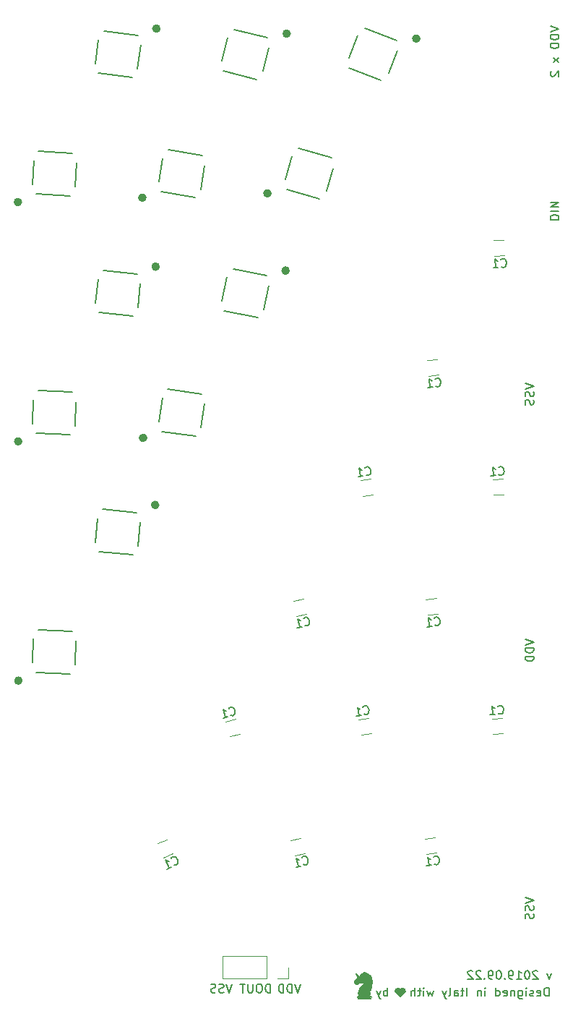
<source format=gbr>
G04 #@! TF.GenerationSoftware,KiCad,Pcbnew,5.1.4-e60b266~84~ubuntu18.04.1*
G04 #@! TF.CreationDate,2019-08-23T14:34:05+02:00*
G04 #@! TF.ProjectId,bcc1,62636331-2e6b-4696-9361-645f70636258,rev?*
G04 #@! TF.SameCoordinates,Original*
G04 #@! TF.FileFunction,Legend,Bot*
G04 #@! TF.FilePolarity,Positive*
%FSLAX46Y46*%
G04 Gerber Fmt 4.6, Leading zero omitted, Abs format (unit mm)*
G04 Created by KiCad (PCBNEW 5.1.4-e60b266~84~ubuntu18.04.1) date 2019-08-23 14:34:05*
%MOMM*%
%LPD*%
G04 APERTURE LIST*
%ADD10C,0.300000*%
%ADD11C,0.100000*%
%ADD12C,0.150000*%
%ADD13C,0.500000*%
%ADD14C,0.120000*%
G04 APERTURE END LIST*
D10*
X97520198Y-147793783D02*
G75*
G02X98028198Y-147793783I254000J0D01*
G01*
X98028198Y-147793783D02*
G75*
G02X98536198Y-147793783I254000J0D01*
G01*
D11*
G36*
X94083426Y-145619201D02*
G01*
X94544622Y-145971489D01*
X94736574Y-146652454D01*
X94539063Y-147641737D01*
X94368426Y-147695491D01*
X94478426Y-148060795D01*
X94368426Y-148204406D01*
X94628368Y-148440178D01*
X94547721Y-148669554D01*
X93000877Y-148669554D01*
X92933360Y-148401252D01*
X93179473Y-148208819D01*
X93064619Y-148077999D01*
X93178948Y-147492488D01*
X93793262Y-146764554D01*
X93144284Y-146807354D01*
X93023426Y-146946584D01*
X92867953Y-146971084D01*
X92652751Y-146848564D01*
X92575173Y-146710441D01*
X92683426Y-146493144D01*
X93067553Y-146172876D01*
X92804914Y-145781645D01*
X92805443Y-145704553D01*
X92861277Y-145697950D01*
X93221565Y-146049554D01*
X93274573Y-146004554D01*
X93331045Y-145764553D01*
X93791926Y-145566262D01*
X94083426Y-145619201D01*
G37*
X94083426Y-145619201D02*
X94544622Y-145971489D01*
X94736574Y-146652454D01*
X94539063Y-147641737D01*
X94368426Y-147695491D01*
X94478426Y-148060795D01*
X94368426Y-148204406D01*
X94628368Y-148440178D01*
X94547721Y-148669554D01*
X93000877Y-148669554D01*
X92933360Y-148401252D01*
X93179473Y-148208819D01*
X93064619Y-148077999D01*
X93178948Y-147492488D01*
X93793262Y-146764554D01*
X93144284Y-146807354D01*
X93023426Y-146946584D01*
X92867953Y-146971084D01*
X92652751Y-146848564D01*
X92575173Y-146710441D01*
X92683426Y-146493144D01*
X93067553Y-146172876D01*
X92804914Y-145781645D01*
X92805443Y-145704553D01*
X92861277Y-145697950D01*
X93221565Y-146049554D01*
X93274573Y-146004554D01*
X93331045Y-145764553D01*
X93791926Y-145566262D01*
X94083426Y-145619201D01*
D12*
X115698023Y-145700268D02*
X115459928Y-146366934D01*
X115221833Y-145700268D01*
X114126595Y-145462173D02*
X114078976Y-145414554D01*
X113983738Y-145366934D01*
X113745642Y-145366934D01*
X113650404Y-145414554D01*
X113602785Y-145462173D01*
X113555166Y-145557411D01*
X113555166Y-145652649D01*
X113602785Y-145795506D01*
X114174214Y-146366934D01*
X113555166Y-146366934D01*
X112936119Y-145366934D02*
X112840881Y-145366934D01*
X112745642Y-145414554D01*
X112698023Y-145462173D01*
X112650404Y-145557411D01*
X112602785Y-145747887D01*
X112602785Y-145985982D01*
X112650404Y-146176458D01*
X112698023Y-146271696D01*
X112745642Y-146319315D01*
X112840881Y-146366934D01*
X112936119Y-146366934D01*
X113031357Y-146319315D01*
X113078976Y-146271696D01*
X113126595Y-146176458D01*
X113174214Y-145985982D01*
X113174214Y-145747887D01*
X113126595Y-145557411D01*
X113078976Y-145462173D01*
X113031357Y-145414554D01*
X112936119Y-145366934D01*
X111650404Y-146366934D02*
X112221833Y-146366934D01*
X111936119Y-146366934D02*
X111936119Y-145366934D01*
X112031357Y-145509792D01*
X112126595Y-145605030D01*
X112221833Y-145652649D01*
X111174214Y-146366934D02*
X110983738Y-146366934D01*
X110888500Y-146319315D01*
X110840881Y-146271696D01*
X110745642Y-146128839D01*
X110698023Y-145938363D01*
X110698023Y-145557411D01*
X110745642Y-145462173D01*
X110793262Y-145414554D01*
X110888500Y-145366934D01*
X111078976Y-145366934D01*
X111174214Y-145414554D01*
X111221833Y-145462173D01*
X111269452Y-145557411D01*
X111269452Y-145795506D01*
X111221833Y-145890744D01*
X111174214Y-145938363D01*
X111078976Y-145985982D01*
X110888500Y-145985982D01*
X110793262Y-145938363D01*
X110745642Y-145890744D01*
X110698023Y-145795506D01*
X110269452Y-146271696D02*
X110221833Y-146319315D01*
X110269452Y-146366934D01*
X110317071Y-146319315D01*
X110269452Y-146271696D01*
X110269452Y-146366934D01*
X109602785Y-145366934D02*
X109507547Y-145366934D01*
X109412309Y-145414554D01*
X109364690Y-145462173D01*
X109317071Y-145557411D01*
X109269452Y-145747887D01*
X109269452Y-145985982D01*
X109317071Y-146176458D01*
X109364690Y-146271696D01*
X109412309Y-146319315D01*
X109507547Y-146366934D01*
X109602785Y-146366934D01*
X109698023Y-146319315D01*
X109745642Y-146271696D01*
X109793262Y-146176458D01*
X109840881Y-145985982D01*
X109840881Y-145747887D01*
X109793262Y-145557411D01*
X109745642Y-145462173D01*
X109698023Y-145414554D01*
X109602785Y-145366934D01*
X108793262Y-146366934D02*
X108602785Y-146366934D01*
X108507547Y-146319315D01*
X108459928Y-146271696D01*
X108364690Y-146128839D01*
X108317071Y-145938363D01*
X108317071Y-145557411D01*
X108364690Y-145462173D01*
X108412309Y-145414554D01*
X108507547Y-145366934D01*
X108698023Y-145366934D01*
X108793262Y-145414554D01*
X108840881Y-145462173D01*
X108888500Y-145557411D01*
X108888500Y-145795506D01*
X108840881Y-145890744D01*
X108793262Y-145938363D01*
X108698023Y-145985982D01*
X108507547Y-145985982D01*
X108412309Y-145938363D01*
X108364690Y-145890744D01*
X108317071Y-145795506D01*
X107888500Y-146271696D02*
X107840881Y-146319315D01*
X107888500Y-146366934D01*
X107936119Y-146319315D01*
X107888500Y-146271696D01*
X107888500Y-146366934D01*
X107459928Y-145462173D02*
X107412309Y-145414554D01*
X107317071Y-145366934D01*
X107078976Y-145366934D01*
X106983738Y-145414554D01*
X106936119Y-145462173D01*
X106888500Y-145557411D01*
X106888500Y-145652649D01*
X106936119Y-145795506D01*
X107507547Y-146366934D01*
X106888500Y-146366934D01*
X106507547Y-145462173D02*
X106459928Y-145414554D01*
X106364690Y-145366934D01*
X106126595Y-145366934D01*
X106031357Y-145414554D01*
X105983738Y-145462173D01*
X105936119Y-145557411D01*
X105936119Y-145652649D01*
X105983738Y-145795506D01*
X106555166Y-146366934D01*
X105936119Y-146366934D01*
X115440881Y-148366934D02*
X115440881Y-147366934D01*
X115202785Y-147366934D01*
X115059928Y-147414554D01*
X114964690Y-147509792D01*
X114917071Y-147605030D01*
X114869452Y-147795506D01*
X114869452Y-147938363D01*
X114917071Y-148128839D01*
X114964690Y-148224077D01*
X115059928Y-148319315D01*
X115202785Y-148366934D01*
X115440881Y-148366934D01*
X114059928Y-148319315D02*
X114155166Y-148366934D01*
X114345642Y-148366934D01*
X114440881Y-148319315D01*
X114488500Y-148224077D01*
X114488500Y-147843125D01*
X114440881Y-147747887D01*
X114345642Y-147700268D01*
X114155166Y-147700268D01*
X114059928Y-147747887D01*
X114012309Y-147843125D01*
X114012309Y-147938363D01*
X114488500Y-148033601D01*
X113631357Y-148319315D02*
X113536119Y-148366934D01*
X113345642Y-148366934D01*
X113250404Y-148319315D01*
X113202785Y-148224077D01*
X113202785Y-148176458D01*
X113250404Y-148081220D01*
X113345642Y-148033601D01*
X113488500Y-148033601D01*
X113583738Y-147985982D01*
X113631357Y-147890744D01*
X113631357Y-147843125D01*
X113583738Y-147747887D01*
X113488500Y-147700268D01*
X113345642Y-147700268D01*
X113250404Y-147747887D01*
X112774214Y-148366934D02*
X112774214Y-147700268D01*
X112774214Y-147366934D02*
X112821833Y-147414554D01*
X112774214Y-147462173D01*
X112726595Y-147414554D01*
X112774214Y-147366934D01*
X112774214Y-147462173D01*
X111869452Y-147700268D02*
X111869452Y-148509792D01*
X111917071Y-148605030D01*
X111964690Y-148652649D01*
X112059928Y-148700268D01*
X112202785Y-148700268D01*
X112298023Y-148652649D01*
X111869452Y-148319315D02*
X111964690Y-148366934D01*
X112155166Y-148366934D01*
X112250404Y-148319315D01*
X112298023Y-148271696D01*
X112345642Y-148176458D01*
X112345642Y-147890744D01*
X112298023Y-147795506D01*
X112250404Y-147747887D01*
X112155166Y-147700268D01*
X111964690Y-147700268D01*
X111869452Y-147747887D01*
X111393262Y-147700268D02*
X111393262Y-148366934D01*
X111393262Y-147795506D02*
X111345642Y-147747887D01*
X111250404Y-147700268D01*
X111107547Y-147700268D01*
X111012309Y-147747887D01*
X110964690Y-147843125D01*
X110964690Y-148366934D01*
X110107547Y-148319315D02*
X110202785Y-148366934D01*
X110393262Y-148366934D01*
X110488500Y-148319315D01*
X110536119Y-148224077D01*
X110536119Y-147843125D01*
X110488500Y-147747887D01*
X110393262Y-147700268D01*
X110202785Y-147700268D01*
X110107547Y-147747887D01*
X110059928Y-147843125D01*
X110059928Y-147938363D01*
X110536119Y-148033601D01*
X109202785Y-148366934D02*
X109202785Y-147366934D01*
X109202785Y-148319315D02*
X109298023Y-148366934D01*
X109488500Y-148366934D01*
X109583738Y-148319315D01*
X109631357Y-148271696D01*
X109678976Y-148176458D01*
X109678976Y-147890744D01*
X109631357Y-147795506D01*
X109583738Y-147747887D01*
X109488500Y-147700268D01*
X109298023Y-147700268D01*
X109202785Y-147747887D01*
X107964690Y-148366934D02*
X107964690Y-147700268D01*
X107964690Y-147366934D02*
X108012309Y-147414554D01*
X107964690Y-147462173D01*
X107917071Y-147414554D01*
X107964690Y-147366934D01*
X107964690Y-147462173D01*
X107488500Y-147700268D02*
X107488500Y-148366934D01*
X107488500Y-147795506D02*
X107440881Y-147747887D01*
X107345642Y-147700268D01*
X107202785Y-147700268D01*
X107107547Y-147747887D01*
X107059928Y-147843125D01*
X107059928Y-148366934D01*
X105821833Y-148366934D02*
X105821833Y-147366934D01*
X105488500Y-147700268D02*
X105107547Y-147700268D01*
X105345642Y-147366934D02*
X105345642Y-148224077D01*
X105298023Y-148319315D01*
X105202785Y-148366934D01*
X105107547Y-148366934D01*
X104345642Y-148366934D02*
X104345642Y-147843125D01*
X104393262Y-147747887D01*
X104488500Y-147700268D01*
X104678976Y-147700268D01*
X104774214Y-147747887D01*
X104345642Y-148319315D02*
X104440881Y-148366934D01*
X104678976Y-148366934D01*
X104774214Y-148319315D01*
X104821833Y-148224077D01*
X104821833Y-148128839D01*
X104774214Y-148033601D01*
X104678976Y-147985982D01*
X104440881Y-147985982D01*
X104345642Y-147938363D01*
X103726595Y-148366934D02*
X103821833Y-148319315D01*
X103869452Y-148224077D01*
X103869452Y-147366934D01*
X103440881Y-147700268D02*
X103202785Y-148366934D01*
X102964690Y-147700268D02*
X103202785Y-148366934D01*
X103298023Y-148605030D01*
X103345642Y-148652649D01*
X103440881Y-148700268D01*
X101917071Y-147700268D02*
X101726595Y-148366934D01*
X101536119Y-147890744D01*
X101345642Y-148366934D01*
X101155166Y-147700268D01*
X100774214Y-148366934D02*
X100774214Y-147700268D01*
X100774214Y-147366934D02*
X100821833Y-147414554D01*
X100774214Y-147462173D01*
X100726595Y-147414554D01*
X100774214Y-147366934D01*
X100774214Y-147462173D01*
X100440881Y-147700268D02*
X100059928Y-147700268D01*
X100298023Y-147366934D02*
X100298023Y-148224077D01*
X100250404Y-148319315D01*
X100155166Y-148366934D01*
X100059928Y-148366934D01*
X99726595Y-148366934D02*
X99726595Y-147366934D01*
X99298023Y-148366934D02*
X99298023Y-147843125D01*
X99345642Y-147747887D01*
X99440881Y-147700268D01*
X99583738Y-147700268D01*
X99678976Y-147747887D01*
X99726595Y-147795506D01*
X96536119Y-148366934D02*
X96536119Y-147366934D01*
X96536119Y-147747887D02*
X96440881Y-147700268D01*
X96250404Y-147700268D01*
X96155166Y-147747887D01*
X96107547Y-147795506D01*
X96059928Y-147890744D01*
X96059928Y-148176458D01*
X96107547Y-148271696D01*
X96155166Y-148319315D01*
X96250404Y-148366934D01*
X96440881Y-148366934D01*
X96536119Y-148319315D01*
X95726595Y-147700268D02*
X95488500Y-148366934D01*
X95250404Y-147700268D02*
X95488500Y-148366934D01*
X95583738Y-148605030D01*
X95631357Y-148652649D01*
X95726595Y-148700268D01*
D10*
X97520198Y-147793783D02*
X98028198Y-148301783D01*
X98282198Y-147793783D02*
G75*
G02X97774198Y-147793783I-254000J0D01*
G01*
X98028198Y-148301783D02*
X98536198Y-147793783D01*
D12*
X78285912Y-146952380D02*
X77952578Y-147952380D01*
X77619245Y-146952380D01*
X77333531Y-147904761D02*
X77190674Y-147952380D01*
X76952578Y-147952380D01*
X76857340Y-147904761D01*
X76809721Y-147857142D01*
X76762102Y-147761904D01*
X76762102Y-147666666D01*
X76809721Y-147571428D01*
X76857340Y-147523809D01*
X76952578Y-147476190D01*
X77143055Y-147428571D01*
X77238293Y-147380952D01*
X77285912Y-147333333D01*
X77333531Y-147238095D01*
X77333531Y-147142857D01*
X77285912Y-147047619D01*
X77238293Y-147000000D01*
X77143055Y-146952380D01*
X76904959Y-146952380D01*
X76762102Y-147000000D01*
X76381150Y-147904761D02*
X76238293Y-147952380D01*
X76000198Y-147952380D01*
X75904959Y-147904761D01*
X75857340Y-147857142D01*
X75809721Y-147761904D01*
X75809721Y-147666666D01*
X75857340Y-147571428D01*
X75904959Y-147523809D01*
X76000198Y-147476190D01*
X76190674Y-147428571D01*
X76285912Y-147380952D01*
X76333531Y-147333333D01*
X76381150Y-147238095D01*
X76381150Y-147142857D01*
X76333531Y-147047619D01*
X76285912Y-147000000D01*
X76190674Y-146952380D01*
X75952578Y-146952380D01*
X75809721Y-147000000D01*
X82790476Y-147952380D02*
X82790476Y-146952380D01*
X82552380Y-146952380D01*
X82409523Y-147000000D01*
X82314285Y-147095238D01*
X82266666Y-147190476D01*
X82219047Y-147380952D01*
X82219047Y-147523809D01*
X82266666Y-147714285D01*
X82314285Y-147809523D01*
X82409523Y-147904761D01*
X82552380Y-147952380D01*
X82790476Y-147952380D01*
X81600000Y-146952380D02*
X81409523Y-146952380D01*
X81314285Y-147000000D01*
X81219047Y-147095238D01*
X81171428Y-147285714D01*
X81171428Y-147619047D01*
X81219047Y-147809523D01*
X81314285Y-147904761D01*
X81409523Y-147952380D01*
X81600000Y-147952380D01*
X81695238Y-147904761D01*
X81790476Y-147809523D01*
X81838095Y-147619047D01*
X81838095Y-147285714D01*
X81790476Y-147095238D01*
X81695238Y-147000000D01*
X81600000Y-146952380D01*
X80742857Y-146952380D02*
X80742857Y-147761904D01*
X80695238Y-147857142D01*
X80647619Y-147904761D01*
X80552380Y-147952380D01*
X80361904Y-147952380D01*
X80266666Y-147904761D01*
X80219047Y-147857142D01*
X80171428Y-147761904D01*
X80171428Y-146952380D01*
X79838095Y-146952380D02*
X79266666Y-146952380D01*
X79552380Y-147952380D02*
X79552380Y-146952380D01*
X86333531Y-146952380D02*
X86000198Y-147952380D01*
X85666864Y-146952380D01*
X85333531Y-147952380D02*
X85333531Y-146952380D01*
X85095436Y-146952380D01*
X84952578Y-147000000D01*
X84857340Y-147095238D01*
X84809721Y-147190476D01*
X84762102Y-147380952D01*
X84762102Y-147523809D01*
X84809721Y-147714285D01*
X84857340Y-147809523D01*
X84952578Y-147904761D01*
X85095436Y-147952380D01*
X85333531Y-147952380D01*
X84333531Y-147952380D02*
X84333531Y-146952380D01*
X84095436Y-146952380D01*
X83952578Y-147000000D01*
X83857340Y-147095238D01*
X83809721Y-147190476D01*
X83762102Y-147380952D01*
X83762102Y-147523809D01*
X83809721Y-147714285D01*
X83857340Y-147809523D01*
X83952578Y-147904761D01*
X84095436Y-147952380D01*
X84333531Y-147952380D01*
X116602380Y-57461821D02*
X115602380Y-57461821D01*
X115602380Y-57223726D01*
X115650000Y-57080869D01*
X115745238Y-56985631D01*
X115840476Y-56938012D01*
X116030952Y-56890392D01*
X116173809Y-56890392D01*
X116364285Y-56938012D01*
X116459523Y-56985631D01*
X116554761Y-57080869D01*
X116602380Y-57223726D01*
X116602380Y-57461821D01*
X116602380Y-56461821D02*
X115602380Y-56461821D01*
X116602380Y-55985631D02*
X115602380Y-55985631D01*
X116602380Y-55414202D01*
X115602380Y-55414202D01*
X115602380Y-34823809D02*
X116602380Y-35157142D01*
X115602380Y-35490476D01*
X116602380Y-35823809D02*
X115602380Y-35823809D01*
X115602380Y-36061904D01*
X115650000Y-36204761D01*
X115745238Y-36300000D01*
X115840476Y-36347619D01*
X116030952Y-36395238D01*
X116173809Y-36395238D01*
X116364285Y-36347619D01*
X116459523Y-36300000D01*
X116554761Y-36204761D01*
X116602380Y-36061904D01*
X116602380Y-35823809D01*
X116602380Y-36823809D02*
X115602380Y-36823809D01*
X115602380Y-37061904D01*
X115650000Y-37204761D01*
X115745238Y-37300000D01*
X115840476Y-37347619D01*
X116030952Y-37395238D01*
X116173809Y-37395238D01*
X116364285Y-37347619D01*
X116459523Y-37300000D01*
X116554761Y-37204761D01*
X116602380Y-37061904D01*
X116602380Y-36823809D01*
X116602380Y-38490476D02*
X115935714Y-39014285D01*
X115935714Y-38490476D02*
X116602380Y-39014285D01*
X115697619Y-40109523D02*
X115650000Y-40157142D01*
X115602380Y-40252380D01*
X115602380Y-40490476D01*
X115650000Y-40585714D01*
X115697619Y-40633333D01*
X115792857Y-40680952D01*
X115888095Y-40680952D01*
X116030952Y-40633333D01*
X116602380Y-40061904D01*
X116602380Y-40680952D01*
X55631069Y-49473969D02*
X59624437Y-49704226D01*
X55343249Y-54465678D02*
X59336617Y-54695935D01*
X60060287Y-50831184D02*
X59899108Y-53626541D01*
X54907399Y-53338720D02*
X55068578Y-50543363D01*
D13*
X53471885Y-55401115D02*
G75*
G03X53471885Y-55401115I-250001J0D01*
G01*
D12*
X66613364Y-40833857D02*
X62646680Y-40318675D01*
X67257342Y-35875501D02*
X63290658Y-35360319D01*
X62292519Y-39163439D02*
X62653147Y-36386759D01*
X67611503Y-37030737D02*
X67250875Y-39807417D01*
D13*
X69690160Y-35094131D02*
G75*
G03X69690160Y-35094131I-250000J0D01*
G01*
D12*
X55598604Y-77469242D02*
X59594164Y-77657668D01*
X55363072Y-82463692D02*
X59358632Y-82652118D01*
X60041792Y-78780000D02*
X59909894Y-81576892D01*
X54915444Y-81341360D02*
X55047342Y-78544468D01*
D13*
X53501619Y-83421292D02*
G75*
G03X53501619Y-83421292I-250000J0D01*
G01*
D12*
X66674509Y-68768178D02*
X62696421Y-68350064D01*
X67197151Y-63795568D02*
X63219063Y-63377454D01*
X62314141Y-67203825D02*
X62606821Y-64419164D01*
X67579431Y-64941807D02*
X67286751Y-67726468D01*
D13*
X69610226Y-62961100D02*
G75*
G03X69610226Y-62961100I-250000J0D01*
G01*
D12*
X70874558Y-49278320D02*
X74814995Y-49966037D01*
X70014913Y-54203867D02*
X73955350Y-54891584D01*
X75118428Y-51135622D02*
X74637027Y-53893928D01*
X69711480Y-53034282D02*
X70192881Y-50275976D01*
D13*
X68050090Y-54889281D02*
G75*
G03X68050090Y-54889281I-250000J0D01*
G01*
D12*
X81188367Y-41020500D02*
X77317530Y-40012222D01*
X82448714Y-36181954D02*
X78577877Y-35173676D01*
X77110952Y-38821707D02*
X77816746Y-36112122D01*
X82655292Y-37372469D02*
X81949498Y-40082054D01*
D13*
X84962252Y-35680324D02*
G75*
G03X84962252Y-35680324I-250001J0D01*
G01*
D12*
X55575334Y-105458158D02*
X59572111Y-105618686D01*
X55374675Y-110454130D02*
X59371452Y-110614658D01*
X60027563Y-106737865D02*
X59915194Y-109535610D01*
X54919223Y-109334951D02*
X55031592Y-106537206D01*
D13*
X53519958Y-111426448D02*
G75*
G03X53519958Y-111426448I-250000J0D01*
G01*
D12*
X66716061Y-96713342D02*
X62731282Y-96364719D01*
X67151840Y-91732369D02*
X63167061Y-91383746D01*
X62329056Y-95225327D02*
X62573092Y-92435982D01*
X67554066Y-92871761D02*
X67310030Y-95661106D01*
D13*
X69550022Y-90860277D02*
G75*
G03X69550022Y-90860277I-250000J0D01*
G01*
D12*
X70781935Y-77303818D02*
X74742029Y-77867423D01*
X70077429Y-82253937D02*
X74037523Y-82817542D01*
X75082050Y-79026900D02*
X74687526Y-81798966D01*
X69737408Y-81094460D02*
X70131932Y-78322394D01*
D13*
X68135228Y-83008582D02*
G75*
G03X68135228Y-83008582I-250000J0D01*
G01*
D12*
X81324392Y-68928977D02*
X77408922Y-68110992D01*
X82346872Y-64034640D02*
X78431402Y-63216655D01*
X77144434Y-66931990D02*
X77717023Y-64191162D01*
X82611360Y-65213642D02*
X82038771Y-67954470D01*
D13*
X84833202Y-63423036D02*
G75*
G03X84833202Y-63423036I-250000J0D01*
G01*
D12*
X86117793Y-49128375D02*
X89960910Y-50237633D01*
X84731220Y-53932271D02*
X88574337Y-55041529D01*
X90136253Y-51433148D02*
X89359772Y-54123329D01*
X84555877Y-52736756D02*
X85332358Y-50046575D01*
D13*
X82705327Y-54374476D02*
G75*
G03X82705327Y-54374476I-249999J0D01*
G01*
D12*
X95769487Y-41152819D02*
X92042722Y-39699814D01*
X97585744Y-36494362D02*
X93858979Y-35041357D01*
X91976453Y-38493328D02*
X92993557Y-35884592D01*
X97652013Y-37700848D02*
X96634909Y-40309584D01*
D13*
X100142348Y-36260247D02*
G75*
G03X100142348Y-36260247I-250000J0D01*
G01*
D14*
X77196756Y-146330000D02*
X77196756Y-143670000D01*
X82336756Y-146330000D02*
X77196756Y-146330000D01*
X82336756Y-143670000D02*
X77196756Y-143670000D01*
X82336756Y-146330000D02*
X82336756Y-143670000D01*
X83606756Y-146330000D02*
X84936756Y-146330000D01*
X84936756Y-146330000D02*
X84936756Y-145000000D01*
X70289867Y-132148904D02*
X71392442Y-131664908D01*
X69558322Y-130482398D02*
X70660897Y-129998402D01*
X85644825Y-131914707D02*
X86810071Y-131611183D01*
X85186059Y-130153477D02*
X86351305Y-129849953D01*
X101099065Y-131736240D02*
X102293164Y-131581154D01*
X100864658Y-129931398D02*
X102058757Y-129776312D01*
X109972084Y-115789981D02*
X108769953Y-115859295D01*
X110076851Y-117606963D02*
X108874720Y-117676277D01*
X94328424Y-115802457D02*
X93142227Y-116009482D01*
X94641335Y-117595356D02*
X93455138Y-117802381D01*
X78720096Y-115891936D02*
X77563195Y-116225858D01*
X79224809Y-117640554D02*
X78067908Y-117974476D01*
X85848781Y-103862249D02*
X87027462Y-103616010D01*
X85476598Y-102080710D02*
X86655279Y-101834471D01*
X101212640Y-103733017D02*
X102410172Y-103607151D01*
X101022398Y-101922987D02*
X102219930Y-101797121D01*
X110041786Y-87817170D02*
X108838994Y-87873892D01*
X110127520Y-89635150D02*
X108924728Y-89691872D01*
X94523076Y-87815917D02*
X93330961Y-87985580D01*
X94779517Y-89617760D02*
X93587402Y-89787423D01*
X101290546Y-75739773D02*
X102490092Y-75634826D01*
X101131922Y-73926698D02*
X102331468Y-73821751D01*
X109042134Y-61708923D02*
X110245292Y-61660599D01*
X108969094Y-59890389D02*
X110172252Y-59842065D01*
D12*
X112652380Y-136814285D02*
X113652380Y-137147619D01*
X112652380Y-137480952D01*
X113604761Y-137766666D02*
X113652380Y-137909523D01*
X113652380Y-138147619D01*
X113604761Y-138242857D01*
X113557142Y-138290476D01*
X113461904Y-138338095D01*
X113366666Y-138338095D01*
X113271428Y-138290476D01*
X113223809Y-138242857D01*
X113176190Y-138147619D01*
X113128571Y-137957142D01*
X113080952Y-137861904D01*
X113033333Y-137814285D01*
X112938095Y-137766666D01*
X112842857Y-137766666D01*
X112747619Y-137814285D01*
X112700000Y-137861904D01*
X112652380Y-137957142D01*
X112652380Y-138195238D01*
X112700000Y-138338095D01*
X113604761Y-138719047D02*
X113652380Y-138861904D01*
X113652380Y-139100000D01*
X113604761Y-139195238D01*
X113557142Y-139242857D01*
X113461904Y-139290476D01*
X113366666Y-139290476D01*
X113271428Y-139242857D01*
X113223809Y-139195238D01*
X113176190Y-139100000D01*
X113128571Y-138909523D01*
X113080952Y-138814285D01*
X113033333Y-138766666D01*
X112938095Y-138719047D01*
X112842857Y-138719047D01*
X112747619Y-138766666D01*
X112700000Y-138814285D01*
X112652380Y-138909523D01*
X112652380Y-139147619D01*
X112700000Y-139290476D01*
X112668376Y-106596975D02*
X113668376Y-106930309D01*
X112668376Y-107263642D01*
X113668376Y-107596975D02*
X112668376Y-107596975D01*
X112668376Y-107835070D01*
X112715996Y-107977928D01*
X112811234Y-108073166D01*
X112906472Y-108120785D01*
X113096948Y-108168404D01*
X113239805Y-108168404D01*
X113430281Y-108120785D01*
X113525519Y-108073166D01*
X113620757Y-107977928D01*
X113668376Y-107835070D01*
X113668376Y-107596975D01*
X113668376Y-108596975D02*
X112668376Y-108596975D01*
X112668376Y-108835070D01*
X112715996Y-108977928D01*
X112811234Y-109073166D01*
X112906472Y-109120785D01*
X113096948Y-109168404D01*
X113239805Y-109168404D01*
X113430281Y-109120785D01*
X113525519Y-109073166D01*
X113620757Y-108977928D01*
X113668376Y-108835070D01*
X113668376Y-108596975D01*
X112668376Y-76644594D02*
X113668376Y-76977928D01*
X112668376Y-77311261D01*
X113620757Y-77596975D02*
X113668376Y-77739832D01*
X113668376Y-77977928D01*
X113620757Y-78073166D01*
X113573138Y-78120785D01*
X113477900Y-78168404D01*
X113382662Y-78168404D01*
X113287424Y-78120785D01*
X113239805Y-78073166D01*
X113192186Y-77977928D01*
X113144567Y-77787451D01*
X113096948Y-77692213D01*
X113049329Y-77644594D01*
X112954091Y-77596975D01*
X112858853Y-77596975D01*
X112763615Y-77644594D01*
X112715996Y-77692213D01*
X112668376Y-77787451D01*
X112668376Y-78025547D01*
X112715996Y-78168404D01*
X113620757Y-78549356D02*
X113668376Y-78692213D01*
X113668376Y-78930309D01*
X113620757Y-79025547D01*
X113573138Y-79073166D01*
X113477900Y-79120785D01*
X113382662Y-79120785D01*
X113287424Y-79073166D01*
X113239805Y-79025547D01*
X113192186Y-78930309D01*
X113144567Y-78739832D01*
X113096948Y-78644594D01*
X113049329Y-78596975D01*
X112954091Y-78549356D01*
X112858853Y-78549356D01*
X112763615Y-78596975D01*
X112715996Y-78644594D01*
X112668376Y-78739832D01*
X112668376Y-78977928D01*
X112715996Y-79120785D01*
X71503090Y-133000190D02*
X71565833Y-133024652D01*
X71715782Y-133010834D01*
X71802988Y-132972553D01*
X71914657Y-132871529D01*
X71963582Y-132746043D01*
X71968904Y-132639696D01*
X71935946Y-132446144D01*
X71878525Y-132315335D01*
X71758360Y-132160063D01*
X71676477Y-132091998D01*
X71550990Y-132043073D01*
X71401041Y-132056891D01*
X71313835Y-132095171D01*
X71202166Y-132196196D01*
X71177703Y-132258939D01*
X70669311Y-133470203D02*
X71192547Y-133240518D01*
X70930929Y-133355361D02*
X70528981Y-132439698D01*
X70673608Y-132532226D01*
X70799095Y-132581152D01*
X70905441Y-132586474D01*
X86708140Y-132947159D02*
X86766225Y-132981237D01*
X86916472Y-132991309D01*
X87008635Y-132967302D01*
X87134876Y-132885211D01*
X87203032Y-132769042D01*
X87225107Y-132664876D01*
X87223175Y-132468547D01*
X87187165Y-132330303D01*
X87093071Y-132157980D01*
X87022983Y-132077821D01*
X86906813Y-132009665D01*
X86756566Y-131999593D01*
X86664403Y-132023600D01*
X86538162Y-132105691D01*
X86504084Y-132163776D01*
X85810519Y-133279388D02*
X86363496Y-133135349D01*
X86087007Y-133207368D02*
X85834938Y-132239659D01*
X85963111Y-132353897D01*
X86079280Y-132422053D01*
X86183446Y-132444128D01*
X102024595Y-132893820D02*
X102077951Y-132934909D01*
X102225751Y-132963732D01*
X102320196Y-132951466D01*
X102455731Y-132885844D01*
X102537909Y-132779133D01*
X102572865Y-132678555D01*
X102595555Y-132483532D01*
X102577156Y-132341865D01*
X102505401Y-132159108D01*
X102445912Y-132070796D01*
X102339201Y-131988618D01*
X102191401Y-131959795D01*
X102096956Y-131972061D01*
X101961422Y-132037683D01*
X101920332Y-132091038D01*
X101092413Y-133110927D02*
X101659082Y-133037330D01*
X101375748Y-133074128D02*
X101246952Y-132082457D01*
X101359796Y-132211858D01*
X101466507Y-132294037D01*
X101567085Y-132328993D01*
X109505583Y-115263103D02*
X109555865Y-115307902D01*
X109701226Y-115347219D01*
X109796306Y-115341736D01*
X109936185Y-115285973D01*
X110025783Y-115185410D01*
X110067841Y-115087589D01*
X110104416Y-114894688D01*
X110096193Y-114752067D01*
X110037688Y-114564648D01*
X109984666Y-114472309D01*
X109884104Y-114382711D01*
X109738742Y-114343395D01*
X109643662Y-114348877D01*
X109503783Y-114404640D01*
X109458984Y-114454922D01*
X108560264Y-115413006D02*
X109130745Y-115380112D01*
X108845504Y-115396559D02*
X108787940Y-114398218D01*
X108891244Y-114535355D01*
X108991807Y-114624953D01*
X109089628Y-114667011D01*
X93804458Y-115332689D02*
X93859555Y-115371412D01*
X94008472Y-115393761D01*
X94102292Y-115377387D01*
X94234834Y-115305915D01*
X94312280Y-115195721D01*
X94342816Y-115093714D01*
X94356978Y-114897887D01*
X94332416Y-114757157D01*
X94252758Y-114577705D01*
X94189474Y-114492072D01*
X94079280Y-114414626D01*
X93930363Y-114392277D01*
X93836543Y-114408652D01*
X93704000Y-114480123D01*
X93665277Y-114535220D01*
X92882632Y-115590251D02*
X93445552Y-115492006D01*
X93164092Y-115541129D02*
X92992163Y-114556019D01*
X93110544Y-114680375D01*
X93220739Y-114757821D01*
X93322746Y-114788357D01*
X78148459Y-115481504D02*
X78207416Y-115514050D01*
X78357876Y-115520185D01*
X78449379Y-115493774D01*
X78573427Y-115408406D01*
X78638519Y-115290492D01*
X78657860Y-115185784D01*
X78650789Y-114989573D01*
X78611173Y-114852319D01*
X78512600Y-114682519D01*
X78440437Y-114604222D01*
X78322524Y-114539130D01*
X78172064Y-114532995D01*
X78080561Y-114559406D01*
X77956512Y-114644773D01*
X77923966Y-114703730D01*
X77259842Y-115837116D02*
X77808859Y-115678650D01*
X77534351Y-115757883D02*
X77257036Y-114797104D01*
X77388155Y-114907947D01*
X77506069Y-114973039D01*
X77610777Y-114992379D01*
X86860391Y-104945411D02*
X86916742Y-104982286D01*
X87066318Y-104999685D01*
X87159544Y-104980209D01*
X87289644Y-104904383D01*
X87363394Y-104791682D01*
X87390530Y-104688718D01*
X87398192Y-104492529D01*
X87368978Y-104352691D01*
X87283413Y-104175978D01*
X87217325Y-104092491D01*
X87104624Y-104018741D01*
X86955048Y-104001342D01*
X86861822Y-104020818D01*
X86731722Y-104096644D01*
X86694847Y-104152995D01*
X85947613Y-105233395D02*
X86506965Y-105116540D01*
X86227289Y-105174967D02*
X86022793Y-104196100D01*
X86145232Y-104316462D01*
X86257933Y-104390212D01*
X86360897Y-104417349D01*
X102109612Y-104912863D02*
X102161947Y-104955244D01*
X102309000Y-104987670D01*
X102403716Y-104977715D01*
X102540813Y-104915424D01*
X102625574Y-104810752D01*
X102662977Y-104711058D01*
X102690425Y-104516648D01*
X102675493Y-104374574D01*
X102608224Y-104190118D01*
X102550911Y-104100380D01*
X102446240Y-104015618D01*
X102299187Y-103983193D01*
X102204471Y-103993148D01*
X102067374Y-104055439D01*
X102024993Y-104107774D01*
X101172403Y-105107131D02*
X101740701Y-105047400D01*
X101456552Y-105077265D02*
X101352024Y-104082744D01*
X101461673Y-104214863D01*
X101566344Y-104299624D01*
X101666038Y-104337027D01*
X109580828Y-87285436D02*
X109630637Y-87330759D01*
X109775579Y-87371596D01*
X109870711Y-87367109D01*
X110011167Y-87312814D01*
X110101813Y-87213195D01*
X110144893Y-87115819D01*
X110183486Y-86923311D01*
X110176757Y-86780613D01*
X110120218Y-86592591D01*
X110068165Y-86499702D01*
X109968547Y-86409056D01*
X109823605Y-86368219D01*
X109728472Y-86372706D01*
X109588017Y-86427001D01*
X109542694Y-86476811D01*
X108633991Y-87425431D02*
X109204785Y-87398513D01*
X108919388Y-87411972D02*
X108872281Y-86413083D01*
X108974143Y-86551295D01*
X109073762Y-86641941D01*
X109171137Y-86685021D01*
X94014124Y-87329923D02*
X94067978Y-87370357D01*
X94216119Y-87397372D01*
X94310407Y-87383953D01*
X94445130Y-87316681D01*
X94525999Y-87208973D01*
X94559723Y-87107976D01*
X94580029Y-86912690D01*
X94559900Y-86771258D01*
X94485918Y-86589392D01*
X94425355Y-86501814D01*
X94317648Y-86420945D01*
X94169506Y-86393930D01*
X94075218Y-86407349D01*
X93940496Y-86474622D01*
X93900061Y-86528475D01*
X93084664Y-87558402D02*
X93650392Y-87477887D01*
X93367528Y-87518145D02*
X93226626Y-86528121D01*
X93341043Y-86656134D01*
X93448750Y-86737003D01*
X93549748Y-86770728D01*
X102166789Y-76935093D02*
X102218377Y-76978381D01*
X102364841Y-77013368D01*
X102459717Y-77005067D01*
X102597880Y-76945179D01*
X102684455Y-76842003D01*
X102723592Y-76742977D01*
X102754429Y-76549075D01*
X102741978Y-76406761D01*
X102677939Y-76221160D01*
X102622201Y-76130435D01*
X102519025Y-76043860D01*
X102372561Y-76008873D01*
X102277685Y-76017173D01*
X102139522Y-76077062D01*
X102096234Y-76128650D01*
X101226333Y-77112975D02*
X101795587Y-77063171D01*
X101510960Y-77088073D02*
X101423804Y-76091878D01*
X101531131Y-76225891D01*
X101634307Y-76312466D01*
X101733333Y-76351604D01*
X109861098Y-62944194D02*
X109910589Y-62989864D01*
X110055242Y-63031711D01*
X110150404Y-63027889D01*
X110291235Y-62974575D01*
X110382574Y-62875592D01*
X110426333Y-62778519D01*
X110466269Y-62586286D01*
X110460536Y-62443544D01*
X110405311Y-62255132D01*
X110353909Y-62161882D01*
X110254925Y-62070542D01*
X110110272Y-62028695D01*
X110015111Y-62032517D01*
X109874280Y-62085831D01*
X109828610Y-62135322D01*
X108913306Y-63077576D02*
X109484274Y-63054644D01*
X109198790Y-63066110D02*
X109158658Y-62066916D01*
X109259553Y-62205835D01*
X109358536Y-62297175D01*
X109455609Y-62340933D01*
M02*

</source>
